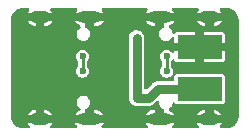
<source format=gbr>
%TF.GenerationSoftware,KiCad,Pcbnew,7.0.10*%
%TF.CreationDate,2024-01-26T02:29:38-06:00*%
%TF.ProjectId,USBC-Injector,55534243-2d49-46e6-9a65-63746f722e6b,rev?*%
%TF.SameCoordinates,Original*%
%TF.FileFunction,Copper,L2,Bot*%
%TF.FilePolarity,Positive*%
%FSLAX46Y46*%
G04 Gerber Fmt 4.6, Leading zero omitted, Abs format (unit mm)*
G04 Created by KiCad (PCBNEW 7.0.10) date 2024-01-26 02:29:38*
%MOMM*%
%LPD*%
G01*
G04 APERTURE LIST*
%TA.AperFunction,ComponentPad*%
%ADD10O,2.100000X1.000000*%
%TD*%
%TA.AperFunction,ComponentPad*%
%ADD11O,1.800000X1.000000*%
%TD*%
%TA.AperFunction,SMDPad,CuDef*%
%ADD12R,3.800000X2.000000*%
%TD*%
%TA.AperFunction,ViaPad*%
%ADD13C,0.600000*%
%TD*%
%TA.AperFunction,Conductor*%
%ADD14C,0.250000*%
%TD*%
%TA.AperFunction,Conductor*%
%ADD15C,0.800000*%
%TD*%
G04 APERTURE END LIST*
D10*
%TO.P,J1,S1,SHIELD*%
%TO.N,GND*%
X114865000Y-72134000D03*
D11*
X110685000Y-72134000D03*
D10*
X114865000Y-80774000D03*
D11*
X110685000Y-80774000D03*
%TD*%
D10*
%TO.P,J2,S1,SHIELD*%
%TO.N,GND*%
X120836236Y-80774000D03*
D11*
X125016236Y-80774000D03*
D10*
X120836236Y-72134000D03*
D11*
X125016236Y-72134000D03*
%TD*%
D12*
%TO.P,J4,1,Pin_1*%
%TO.N,GND*%
X124206000Y-74676000D03*
%TD*%
%TO.P,J3,1,Pin_1*%
%TO.N,/VBUS*%
X124206000Y-78232000D03*
%TD*%
D13*
%TO.N,Net-(J1-D+-PadA6)*%
X121412000Y-76708000D03*
X121412000Y-75458000D03*
%TO.N,Net-(J1-D--PadA7)*%
X114300000Y-75458000D03*
X114300000Y-76708000D03*
%TO.N,/VBUS*%
X118872000Y-74676000D03*
X125730000Y-78740000D03*
X118872000Y-73914000D03*
X122682000Y-77724000D03*
X122682000Y-78740000D03*
X118872000Y-78994000D03*
X118872000Y-78232000D03*
X125730000Y-77724000D03*
%TD*%
D14*
%TO.N,Net-(J1-D+-PadA6)*%
X121412000Y-75458000D02*
X121412000Y-76708000D01*
%TO.N,Net-(J1-D--PadA7)*%
X114300000Y-75458000D02*
X114300000Y-76708000D01*
D15*
%TO.N,/VBUS*%
X118872000Y-78232000D02*
X118872000Y-74676000D01*
X118872000Y-74676000D02*
X118872000Y-73914000D01*
X120650000Y-78232000D02*
X124206000Y-78232000D01*
X118872000Y-78994000D02*
X118872000Y-78232000D01*
X119888000Y-78994000D02*
X120650000Y-78232000D01*
X118872000Y-78994000D02*
X119888000Y-78994000D01*
%TD*%
%TA.AperFunction,Conductor*%
%TO.N,GND*%
G36*
X109750018Y-71394185D02*
G01*
X109795773Y-71446989D01*
X109805717Y-71516147D01*
X109776692Y-71579703D01*
X109773173Y-71583594D01*
X109679314Y-71683078D01*
X109635480Y-71758999D01*
X109635481Y-71759000D01*
X111740042Y-71759000D01*
X111740041Y-71758999D01*
X111738940Y-71756445D01*
X111738939Y-71756443D01*
X111634243Y-71615814D01*
X111607637Y-71593489D01*
X111568935Y-71535318D01*
X111567827Y-71465457D01*
X111604664Y-71406087D01*
X111667751Y-71376058D01*
X111687343Y-71374500D01*
X113712979Y-71374500D01*
X113780018Y-71394185D01*
X113825773Y-71446989D01*
X113835717Y-71516147D01*
X113806692Y-71579703D01*
X113803173Y-71583594D01*
X113709314Y-71683078D01*
X113665480Y-71758999D01*
X113665481Y-71759000D01*
X116070042Y-71759000D01*
X116070041Y-71758999D01*
X116068940Y-71756445D01*
X116068939Y-71756443D01*
X115964243Y-71615814D01*
X115937637Y-71593489D01*
X115898935Y-71535318D01*
X115897827Y-71465457D01*
X115934664Y-71406087D01*
X115997751Y-71376058D01*
X116017343Y-71374500D01*
X119684215Y-71374500D01*
X119751254Y-71394185D01*
X119797009Y-71446989D01*
X119806953Y-71516147D01*
X119777928Y-71579703D01*
X119774409Y-71583594D01*
X119680550Y-71683078D01*
X119636716Y-71758999D01*
X119636717Y-71759000D01*
X122041278Y-71759000D01*
X122041277Y-71758999D01*
X122040176Y-71756445D01*
X122040175Y-71756443D01*
X121935479Y-71615814D01*
X121908873Y-71593489D01*
X121870171Y-71535318D01*
X121869063Y-71465457D01*
X121905900Y-71406087D01*
X121968987Y-71376058D01*
X121988579Y-71374500D01*
X124014215Y-71374500D01*
X124081254Y-71394185D01*
X124127009Y-71446989D01*
X124136953Y-71516147D01*
X124107928Y-71579703D01*
X124104409Y-71583594D01*
X124010550Y-71683078D01*
X123966716Y-71758999D01*
X123966717Y-71759000D01*
X126071278Y-71759000D01*
X126071277Y-71758999D01*
X126070176Y-71756445D01*
X126070175Y-71756443D01*
X125965479Y-71615814D01*
X125938873Y-71593489D01*
X125900171Y-71535318D01*
X125899063Y-71465457D01*
X125935900Y-71406087D01*
X125998987Y-71376058D01*
X126018579Y-71374500D01*
X126486590Y-71374500D01*
X126497394Y-71374971D01*
X126536914Y-71378429D01*
X126537953Y-71378525D01*
X126666724Y-71391208D01*
X126686649Y-71394834D01*
X126752302Y-71412425D01*
X126756179Y-71413532D01*
X126849384Y-71441806D01*
X126865778Y-71448079D01*
X126932720Y-71479294D01*
X126938710Y-71482288D01*
X127019535Y-71525490D01*
X127032173Y-71533254D01*
X127094366Y-71576802D01*
X127101886Y-71582508D01*
X127171299Y-71639474D01*
X127180315Y-71647646D01*
X127234352Y-71701683D01*
X127242524Y-71710699D01*
X127299490Y-71780112D01*
X127305203Y-71787641D01*
X127348739Y-71849817D01*
X127356514Y-71862474D01*
X127399696Y-71943261D01*
X127402712Y-71949295D01*
X127433917Y-72016215D01*
X127440196Y-72032625D01*
X127468462Y-72125808D01*
X127469576Y-72129708D01*
X127487163Y-72195343D01*
X127490791Y-72215282D01*
X127503458Y-72343888D01*
X127503583Y-72345234D01*
X127507028Y-72384604D01*
X127507500Y-72395413D01*
X127507500Y-80512585D01*
X127507028Y-80523395D01*
X127503582Y-80562773D01*
X127503457Y-80564117D01*
X127490791Y-80692715D01*
X127487163Y-80712655D01*
X127469576Y-80778290D01*
X127468462Y-80782190D01*
X127440196Y-80875373D01*
X127433917Y-80891783D01*
X127402712Y-80958703D01*
X127399688Y-80964753D01*
X127356516Y-81045521D01*
X127348733Y-81058191D01*
X127305212Y-81120345D01*
X127299490Y-81127886D01*
X127242524Y-81197299D01*
X127234352Y-81206315D01*
X127180315Y-81260352D01*
X127171299Y-81268524D01*
X127101886Y-81325490D01*
X127094345Y-81331212D01*
X127032191Y-81374733D01*
X127019521Y-81382516D01*
X126938753Y-81425688D01*
X126932703Y-81428712D01*
X126865783Y-81459917D01*
X126849373Y-81466196D01*
X126756190Y-81494462D01*
X126752290Y-81495576D01*
X126686655Y-81513163D01*
X126666715Y-81516791D01*
X126538117Y-81529457D01*
X126536773Y-81529582D01*
X126497395Y-81533028D01*
X126486585Y-81533500D01*
X126018257Y-81533500D01*
X125951218Y-81513815D01*
X125905463Y-81461011D01*
X125895519Y-81391853D01*
X125924544Y-81328297D01*
X125928063Y-81324406D01*
X126021921Y-81224921D01*
X126065755Y-81149000D01*
X123961194Y-81149000D01*
X123962295Y-81151554D01*
X123962296Y-81151556D01*
X124066992Y-81292185D01*
X124093599Y-81314511D01*
X124132301Y-81372682D01*
X124133409Y-81442543D01*
X124096572Y-81501913D01*
X124033485Y-81531942D01*
X124013893Y-81533500D01*
X121988257Y-81533500D01*
X121921218Y-81513815D01*
X121875463Y-81461011D01*
X121865519Y-81391853D01*
X121894544Y-81328297D01*
X121898063Y-81324406D01*
X121991921Y-81224921D01*
X122035755Y-81149000D01*
X119631194Y-81149000D01*
X119632295Y-81151554D01*
X119632296Y-81151556D01*
X119736992Y-81292185D01*
X119763599Y-81314511D01*
X119802301Y-81372682D01*
X119803409Y-81442543D01*
X119766572Y-81501913D01*
X119703485Y-81531942D01*
X119683893Y-81533500D01*
X116017021Y-81533500D01*
X115949982Y-81513815D01*
X115904227Y-81461011D01*
X115894283Y-81391853D01*
X115923308Y-81328297D01*
X115926827Y-81324406D01*
X116020685Y-81224921D01*
X116064519Y-81149000D01*
X113659958Y-81149000D01*
X113661059Y-81151554D01*
X113661060Y-81151556D01*
X113765756Y-81292185D01*
X113792363Y-81314511D01*
X113831065Y-81372682D01*
X113832173Y-81442543D01*
X113795336Y-81501913D01*
X113732249Y-81531942D01*
X113712657Y-81533500D01*
X111687021Y-81533500D01*
X111619982Y-81513815D01*
X111574227Y-81461011D01*
X111564283Y-81391853D01*
X111593308Y-81328297D01*
X111596827Y-81324406D01*
X111690685Y-81224921D01*
X111734519Y-81149000D01*
X109629958Y-81149000D01*
X109631059Y-81151554D01*
X109631060Y-81151556D01*
X109735756Y-81292185D01*
X109762363Y-81314511D01*
X109801065Y-81372682D01*
X109802173Y-81442543D01*
X109765336Y-81501913D01*
X109702249Y-81531942D01*
X109682657Y-81533500D01*
X109225414Y-81533500D01*
X109214605Y-81533028D01*
X109175234Y-81529583D01*
X109173888Y-81529458D01*
X109045282Y-81516791D01*
X109025343Y-81513163D01*
X108959708Y-81495576D01*
X108955808Y-81494462D01*
X108862625Y-81466196D01*
X108846215Y-81459917D01*
X108779295Y-81428712D01*
X108773261Y-81425696D01*
X108692474Y-81382514D01*
X108679817Y-81374739D01*
X108617641Y-81331203D01*
X108610112Y-81325490D01*
X108540699Y-81268524D01*
X108531683Y-81260352D01*
X108477646Y-81206315D01*
X108469474Y-81197299D01*
X108412508Y-81127886D01*
X108406802Y-81120366D01*
X108363254Y-81058173D01*
X108355490Y-81045535D01*
X108312288Y-80964710D01*
X108309294Y-80958720D01*
X108278079Y-80891778D01*
X108271806Y-80875384D01*
X108243532Y-80782179D01*
X108242422Y-80778290D01*
X108233727Y-80745840D01*
X109981105Y-80745840D01*
X109991454Y-80857521D01*
X110041448Y-80957922D01*
X110124334Y-81033484D01*
X110228920Y-81074000D01*
X111112802Y-81074000D01*
X111195250Y-81058588D01*
X111290610Y-80999543D01*
X111358201Y-80910038D01*
X111388895Y-80802160D01*
X111383676Y-80745840D01*
X114011105Y-80745840D01*
X114021454Y-80857521D01*
X114071448Y-80957922D01*
X114154334Y-81033484D01*
X114258920Y-81074000D01*
X115442802Y-81074000D01*
X115525250Y-81058588D01*
X115620610Y-80999543D01*
X115688201Y-80910038D01*
X115718895Y-80802160D01*
X115713676Y-80745840D01*
X119982341Y-80745840D01*
X119992690Y-80857521D01*
X120042684Y-80957922D01*
X120125570Y-81033484D01*
X120230156Y-81074000D01*
X121414038Y-81074000D01*
X121496486Y-81058588D01*
X121591846Y-80999543D01*
X121659437Y-80910038D01*
X121690131Y-80802160D01*
X121684912Y-80745840D01*
X124312341Y-80745840D01*
X124322690Y-80857521D01*
X124372684Y-80957922D01*
X124455570Y-81033484D01*
X124560156Y-81074000D01*
X125444038Y-81074000D01*
X125526486Y-81058588D01*
X125621846Y-80999543D01*
X125689437Y-80910038D01*
X125720131Y-80802160D01*
X125709782Y-80690479D01*
X125659788Y-80590078D01*
X125576902Y-80514516D01*
X125472316Y-80474000D01*
X124588434Y-80474000D01*
X124505986Y-80489412D01*
X124410626Y-80548457D01*
X124343035Y-80637962D01*
X124312341Y-80745840D01*
X121684912Y-80745840D01*
X121679782Y-80690479D01*
X121629788Y-80590078D01*
X121546902Y-80514516D01*
X121442316Y-80474000D01*
X120258434Y-80474000D01*
X120175986Y-80489412D01*
X120080626Y-80548457D01*
X120013035Y-80637962D01*
X119982341Y-80745840D01*
X115713676Y-80745840D01*
X115708546Y-80690479D01*
X115658552Y-80590078D01*
X115575666Y-80514516D01*
X115471080Y-80474000D01*
X114287198Y-80474000D01*
X114204750Y-80489412D01*
X114109390Y-80548457D01*
X114041799Y-80637962D01*
X114011105Y-80745840D01*
X111383676Y-80745840D01*
X111378546Y-80690479D01*
X111328552Y-80590078D01*
X111245666Y-80514516D01*
X111141080Y-80474000D01*
X110257198Y-80474000D01*
X110174750Y-80489412D01*
X110079390Y-80548457D01*
X110011799Y-80637962D01*
X109981105Y-80745840D01*
X108233727Y-80745840D01*
X108224835Y-80712655D01*
X108221208Y-80692724D01*
X108208525Y-80563953D01*
X108208417Y-80562773D01*
X108204972Y-80523394D01*
X108204500Y-80512589D01*
X108204500Y-80398999D01*
X109635480Y-80398999D01*
X109635481Y-80399000D01*
X110310000Y-80399000D01*
X110310000Y-80024000D01*
X111060000Y-80024000D01*
X111060000Y-80399000D01*
X111740042Y-80399000D01*
X111740041Y-80398999D01*
X113665480Y-80398999D01*
X113665481Y-80399000D01*
X114490000Y-80399000D01*
X114490000Y-80024000D01*
X115240000Y-80024000D01*
X115240000Y-80399000D01*
X116070042Y-80399000D01*
X116070041Y-80398999D01*
X119636716Y-80398999D01*
X119636717Y-80399000D01*
X120461236Y-80399000D01*
X120461236Y-80024000D01*
X120242559Y-80024000D01*
X120112096Y-80039248D01*
X119947346Y-80099212D01*
X119800862Y-80195556D01*
X119680550Y-80323078D01*
X119636716Y-80398999D01*
X116070041Y-80398999D01*
X116068940Y-80396445D01*
X116068939Y-80396443D01*
X115964243Y-80255814D01*
X115829938Y-80143118D01*
X115829936Y-80143117D01*
X115673264Y-80064433D01*
X115502660Y-80024000D01*
X115240000Y-80024000D01*
X114490000Y-80024000D01*
X114490000Y-79997994D01*
X114509685Y-79930955D01*
X114562489Y-79885200D01*
X114566548Y-79883433D01*
X114655228Y-79846700D01*
X114655229Y-79846700D01*
X114655229Y-79846699D01*
X114655233Y-79846698D01*
X114775451Y-79754451D01*
X114867698Y-79634233D01*
X114925687Y-79494236D01*
X114945466Y-79344000D01*
X114943588Y-79329739D01*
X114925687Y-79193765D01*
X114925687Y-79193764D01*
X114867698Y-79053767D01*
X114790246Y-78952830D01*
X118217624Y-78952830D01*
X118221255Y-79010542D01*
X118221500Y-79018328D01*
X118221500Y-79034930D01*
X118223579Y-79051398D01*
X118224311Y-79059140D01*
X118227943Y-79116859D01*
X118230714Y-79125384D01*
X118235805Y-79148159D01*
X118236928Y-79157053D01*
X118236930Y-79157060D01*
X118258221Y-79210839D01*
X118260857Y-79218162D01*
X118278731Y-79273169D01*
X118278733Y-79273174D01*
X118283534Y-79280738D01*
X118294129Y-79301530D01*
X118297432Y-79309871D01*
X118297436Y-79309878D01*
X118331434Y-79356672D01*
X118335802Y-79363098D01*
X118356429Y-79395602D01*
X118366797Y-79411939D01*
X118373332Y-79418076D01*
X118388761Y-79435577D01*
X118394033Y-79442833D01*
X118394035Y-79442836D01*
X118438600Y-79479703D01*
X118444439Y-79484850D01*
X118486607Y-79524448D01*
X118486609Y-79524449D01*
X118486612Y-79524451D01*
X118494459Y-79528765D01*
X118513763Y-79541883D01*
X118520674Y-79547600D01*
X118520675Y-79547601D01*
X118546364Y-79559689D01*
X118573007Y-79572226D01*
X118579934Y-79575755D01*
X118630632Y-79603627D01*
X118639321Y-79605858D01*
X118661271Y-79613760D01*
X118669387Y-79617579D01*
X118726207Y-79628417D01*
X118733777Y-79630109D01*
X118789823Y-79644500D01*
X118798790Y-79644500D01*
X118822022Y-79646696D01*
X118823706Y-79647017D01*
X118830830Y-79648376D01*
X118830831Y-79648375D01*
X118830832Y-79648376D01*
X118888543Y-79644745D01*
X118896329Y-79644500D01*
X119802495Y-79644500D01*
X119818505Y-79646267D01*
X119818528Y-79646026D01*
X119826289Y-79646758D01*
X119826296Y-79646760D01*
X119896262Y-79644560D01*
X119900157Y-79644500D01*
X119928925Y-79644500D01*
X119933287Y-79643948D01*
X119944939Y-79643030D01*
X119990569Y-79641597D01*
X120010956Y-79635673D01*
X120029996Y-79631731D01*
X120051058Y-79629071D01*
X120093520Y-79612258D01*
X120104557Y-79608480D01*
X120148398Y-79595744D01*
X120166665Y-79584939D01*
X120184136Y-79576380D01*
X120203871Y-79568568D01*
X120240816Y-79541725D01*
X120250548Y-79535332D01*
X120289865Y-79512081D01*
X120304872Y-79497072D01*
X120319661Y-79484440D01*
X120336837Y-79471963D01*
X120365947Y-79436772D01*
X120373790Y-79428154D01*
X120544089Y-79257856D01*
X120605412Y-79224371D01*
X120675104Y-79229355D01*
X120731037Y-79271227D01*
X120755454Y-79336691D01*
X120755694Y-79343428D01*
X120775548Y-79494234D01*
X120775549Y-79494236D01*
X120832500Y-79631729D01*
X120833538Y-79634233D01*
X120925785Y-79754451D01*
X121046003Y-79846698D01*
X121046006Y-79846699D01*
X121046007Y-79846700D01*
X121134688Y-79883433D01*
X121189092Y-79927274D01*
X121211157Y-79993568D01*
X121211236Y-79997994D01*
X121211236Y-80399000D01*
X122041278Y-80399000D01*
X122041277Y-80398999D01*
X123966716Y-80398999D01*
X123966717Y-80399000D01*
X124641236Y-80399000D01*
X124641236Y-80024000D01*
X125391236Y-80024000D01*
X125391236Y-80399000D01*
X126071278Y-80399000D01*
X126071277Y-80398999D01*
X126070176Y-80396445D01*
X126070175Y-80396443D01*
X125965479Y-80255814D01*
X125831174Y-80143118D01*
X125831172Y-80143117D01*
X125674500Y-80064433D01*
X125503896Y-80024000D01*
X125391236Y-80024000D01*
X124641236Y-80024000D01*
X124572559Y-80024000D01*
X124442096Y-80039248D01*
X124277346Y-80099212D01*
X124130862Y-80195556D01*
X124010550Y-80323078D01*
X123966716Y-80398999D01*
X122041277Y-80398999D01*
X122040176Y-80396445D01*
X122040175Y-80396443D01*
X121935479Y-80255814D01*
X121801174Y-80143118D01*
X121801172Y-80143117D01*
X121638680Y-80061510D01*
X121587606Y-80013832D01*
X121570416Y-79946110D01*
X121592568Y-79879845D01*
X121621365Y-79853396D01*
X121620021Y-79851645D01*
X121626466Y-79846698D01*
X121626469Y-79846698D01*
X121746687Y-79754451D01*
X121838934Y-79634233D01*
X121896923Y-79494236D01*
X121900505Y-79467023D01*
X121928770Y-79403128D01*
X121987094Y-79364656D01*
X122056959Y-79363823D01*
X122116183Y-79400895D01*
X122124619Y-79411821D01*
X122125396Y-79412598D01*
X122125397Y-79412599D01*
X122125399Y-79412601D01*
X122206852Y-79467025D01*
X122208260Y-79467966D01*
X122208264Y-79467967D01*
X122281321Y-79482499D01*
X122281324Y-79482500D01*
X122281326Y-79482500D01*
X126130676Y-79482500D01*
X126130677Y-79482499D01*
X126203740Y-79467966D01*
X126286601Y-79412601D01*
X126341966Y-79329740D01*
X126356500Y-79256674D01*
X126356500Y-77207326D01*
X126356500Y-77207323D01*
X126356499Y-77207321D01*
X126341967Y-77134264D01*
X126341966Y-77134260D01*
X126286601Y-77051399D01*
X126203740Y-76996034D01*
X126203739Y-76996033D01*
X126203735Y-76996032D01*
X126130677Y-76981500D01*
X126130674Y-76981500D01*
X122281326Y-76981500D01*
X122281323Y-76981500D01*
X122208264Y-76996032D01*
X122208260Y-76996033D01*
X122125394Y-77051402D01*
X122122720Y-77054077D01*
X122115458Y-77058041D01*
X122115244Y-77058185D01*
X122115231Y-77058165D01*
X122063740Y-77086279D01*
X122068048Y-77094396D01*
X122068195Y-77143501D01*
X122055500Y-77207326D01*
X122055500Y-77457500D01*
X122035815Y-77524539D01*
X121983011Y-77570294D01*
X121931500Y-77581500D01*
X120735506Y-77581500D01*
X120719495Y-77579732D01*
X120719473Y-77579974D01*
X120711706Y-77579239D01*
X120641724Y-77581439D01*
X120637829Y-77581500D01*
X120609075Y-77581500D01*
X120609069Y-77581500D01*
X120609063Y-77581501D01*
X120604699Y-77582052D01*
X120593069Y-77582967D01*
X120547433Y-77584401D01*
X120532873Y-77588630D01*
X120527040Y-77590325D01*
X120507996Y-77594269D01*
X120486942Y-77596929D01*
X120486940Y-77596929D01*
X120444496Y-77613733D01*
X120433450Y-77617515D01*
X120389601Y-77630254D01*
X120371325Y-77641063D01*
X120353860Y-77649619D01*
X120334124Y-77657433D01*
X120297187Y-77684269D01*
X120287428Y-77690680D01*
X120248136Y-77713917D01*
X120233124Y-77728929D01*
X120218336Y-77741558D01*
X120201167Y-77754032D01*
X120201165Y-77754034D01*
X120172056Y-77789219D01*
X120164196Y-77797856D01*
X119734181Y-78227872D01*
X119672858Y-78261357D01*
X119603167Y-78256373D01*
X119547233Y-78214502D01*
X119522816Y-78149037D01*
X119522500Y-78140191D01*
X119522500Y-76708000D01*
X120856750Y-76708000D01*
X120875670Y-76851708D01*
X120875671Y-76851712D01*
X120931137Y-76985622D01*
X120931138Y-76985624D01*
X120931139Y-76985625D01*
X121019379Y-77100621D01*
X121134375Y-77188861D01*
X121268291Y-77244330D01*
X121395280Y-77261048D01*
X121411999Y-77263250D01*
X121412000Y-77263250D01*
X121412001Y-77263250D01*
X121426977Y-77261278D01*
X121555709Y-77244330D01*
X121689625Y-77188861D01*
X121804621Y-77100621D01*
X121848204Y-77043822D01*
X121904628Y-77002622D01*
X121921204Y-77001634D01*
X121911359Y-76975233D01*
X121920481Y-76918942D01*
X121948330Y-76851709D01*
X121967250Y-76708000D01*
X121948330Y-76564291D01*
X121892861Y-76430375D01*
X121813123Y-76326459D01*
X121787930Y-76261291D01*
X121787500Y-76250974D01*
X121787500Y-75915026D01*
X121807185Y-75847987D01*
X121813123Y-75839541D01*
X121813125Y-75839539D01*
X121868934Y-75766806D01*
X121925359Y-75725605D01*
X121995105Y-75721450D01*
X122056025Y-75755661D01*
X122070410Y-75773403D01*
X122125760Y-75856239D01*
X122208455Y-75911494D01*
X122208459Y-75911496D01*
X122281371Y-75925999D01*
X122281374Y-75926000D01*
X123831000Y-75926000D01*
X123831000Y-75051000D01*
X124581000Y-75051000D01*
X124581000Y-75926000D01*
X126130626Y-75926000D01*
X126130628Y-75925999D01*
X126203540Y-75911496D01*
X126203544Y-75911494D01*
X126286239Y-75856239D01*
X126341494Y-75773544D01*
X126341496Y-75773540D01*
X126355999Y-75700628D01*
X126356000Y-75700626D01*
X126356000Y-75051000D01*
X124581000Y-75051000D01*
X123831000Y-75051000D01*
X122056000Y-75051000D01*
X122046310Y-75060689D01*
X122036315Y-75094729D01*
X121983511Y-75140484D01*
X121914353Y-75150428D01*
X121850797Y-75121403D01*
X121833625Y-75103177D01*
X121820840Y-75086516D01*
X121804621Y-75065379D01*
X121689625Y-74977139D01*
X121689624Y-74977138D01*
X121689622Y-74977137D01*
X121555712Y-74921671D01*
X121555710Y-74921670D01*
X121555709Y-74921670D01*
X121483854Y-74912210D01*
X121412001Y-74902750D01*
X121411999Y-74902750D01*
X121268291Y-74921670D01*
X121268287Y-74921671D01*
X121134377Y-74977137D01*
X121019379Y-75065379D01*
X120931137Y-75180377D01*
X120875671Y-75314287D01*
X120875670Y-75314291D01*
X120856750Y-75457999D01*
X120856750Y-75458000D01*
X120875670Y-75601708D01*
X120875671Y-75601712D01*
X120931137Y-75735622D01*
X120931138Y-75735624D01*
X120931139Y-75735625D01*
X121010876Y-75839540D01*
X121036070Y-75904709D01*
X121036500Y-75915026D01*
X121036500Y-76250974D01*
X121016815Y-76318013D01*
X121010882Y-76326452D01*
X120967235Y-76383333D01*
X120931137Y-76430377D01*
X120875671Y-76564287D01*
X120875670Y-76564291D01*
X120856750Y-76707999D01*
X120856750Y-76708000D01*
X119522500Y-76708000D01*
X119522500Y-73873076D01*
X119522499Y-73873065D01*
X119519283Y-73847612D01*
X119507071Y-73750942D01*
X119446568Y-73598129D01*
X119446565Y-73598125D01*
X119446563Y-73598121D01*
X119421773Y-73564000D01*
X120755770Y-73564000D01*
X120775548Y-73714234D01*
X120775549Y-73714236D01*
X120824253Y-73831819D01*
X120833538Y-73854233D01*
X120925785Y-73974451D01*
X121046003Y-74066698D01*
X121186000Y-74124687D01*
X121298516Y-74139500D01*
X121298523Y-74139500D01*
X121373949Y-74139500D01*
X121373956Y-74139500D01*
X121486472Y-74124687D01*
X121626469Y-74066698D01*
X121746687Y-73974451D01*
X121833625Y-73861150D01*
X121890052Y-73819950D01*
X121959798Y-73815795D01*
X122020719Y-73850008D01*
X122053471Y-73911725D01*
X122056000Y-73936639D01*
X122056000Y-74301000D01*
X123831000Y-74301000D01*
X123831000Y-73426000D01*
X124581000Y-73426000D01*
X124581000Y-74301000D01*
X126356000Y-74301000D01*
X126356000Y-73651373D01*
X126355999Y-73651371D01*
X126341496Y-73578459D01*
X126341494Y-73578455D01*
X126286239Y-73495760D01*
X126203544Y-73440505D01*
X126203540Y-73440503D01*
X126130627Y-73426000D01*
X124581000Y-73426000D01*
X123831000Y-73426000D01*
X122281373Y-73426000D01*
X122208459Y-73440503D01*
X122208455Y-73440505D01*
X122125759Y-73495760D01*
X122117124Y-73504396D01*
X122116033Y-73503305D01*
X122073027Y-73539242D01*
X122003702Y-73547946D01*
X121940676Y-73517788D01*
X121903960Y-73458344D01*
X121900605Y-73441735D01*
X121896923Y-73413764D01*
X121838934Y-73273767D01*
X121746687Y-73153549D01*
X121626469Y-73061302D01*
X121626466Y-73061301D01*
X121620021Y-73056355D01*
X121620828Y-73055302D01*
X121578432Y-73010832D01*
X121565214Y-72942224D01*
X121591187Y-72877361D01*
X121646243Y-72837498D01*
X121725123Y-72808789D01*
X121725123Y-72808788D01*
X121871609Y-72712443D01*
X121991921Y-72584921D01*
X122035755Y-72509000D01*
X123961194Y-72509000D01*
X123962295Y-72511554D01*
X123962296Y-72511556D01*
X124066992Y-72652185D01*
X124201297Y-72764881D01*
X124201299Y-72764882D01*
X124357971Y-72843566D01*
X124528576Y-72884000D01*
X124641236Y-72884000D01*
X124641236Y-72509000D01*
X125391236Y-72509000D01*
X125391236Y-72884000D01*
X125459913Y-72884000D01*
X125459913Y-72883999D01*
X125590375Y-72868751D01*
X125755125Y-72808787D01*
X125901609Y-72712443D01*
X126021921Y-72584921D01*
X126065755Y-72509000D01*
X125391236Y-72509000D01*
X124641236Y-72509000D01*
X123961194Y-72509000D01*
X122035755Y-72509000D01*
X121211236Y-72509000D01*
X121211236Y-72910005D01*
X121191551Y-72977044D01*
X121138747Y-73022799D01*
X121134689Y-73024566D01*
X121046006Y-73061300D01*
X121046003Y-73061301D01*
X121046003Y-73061302D01*
X120925785Y-73153549D01*
X120844391Y-73259624D01*
X120833536Y-73273770D01*
X120775549Y-73413763D01*
X120775548Y-73413765D01*
X120755770Y-73563999D01*
X120755770Y-73564000D01*
X119421773Y-73564000D01*
X119349965Y-73465164D01*
X119349962Y-73465162D01*
X119223326Y-73360400D01*
X119074612Y-73290420D01*
X118991517Y-73274569D01*
X118913170Y-73259624D01*
X118913166Y-73259624D01*
X118749139Y-73269944D01*
X118592828Y-73320732D01*
X118592824Y-73320734D01*
X118454059Y-73408798D01*
X118341554Y-73528603D01*
X118341548Y-73528611D01*
X118262374Y-73672628D01*
X118262371Y-73672638D01*
X118221500Y-73831819D01*
X118221500Y-78920789D01*
X118219304Y-78944020D01*
X118217624Y-78952826D01*
X118217624Y-78952830D01*
X114790246Y-78952830D01*
X114775451Y-78933549D01*
X114655233Y-78841302D01*
X114655229Y-78841300D01*
X114591801Y-78815027D01*
X114515236Y-78783313D01*
X114501171Y-78781461D01*
X114402727Y-78768500D01*
X114402720Y-78768500D01*
X114327280Y-78768500D01*
X114327272Y-78768500D01*
X114214764Y-78783313D01*
X114214763Y-78783313D01*
X114074770Y-78841300D01*
X114074767Y-78841301D01*
X114074767Y-78841302D01*
X113954549Y-78933549D01*
X113889496Y-79018328D01*
X113862300Y-79053770D01*
X113804313Y-79193763D01*
X113804312Y-79193765D01*
X113784534Y-79343999D01*
X113784534Y-79344000D01*
X113804312Y-79494234D01*
X113804313Y-79494236D01*
X113861264Y-79631729D01*
X113862302Y-79634233D01*
X113954549Y-79754451D01*
X114074767Y-79846698D01*
X114074769Y-79846698D01*
X114081215Y-79851645D01*
X114080406Y-79852698D01*
X114122800Y-79897162D01*
X114136021Y-79965770D01*
X114110051Y-80030634D01*
X114054994Y-80070501D01*
X113976110Y-80099212D01*
X113829626Y-80195556D01*
X113709314Y-80323078D01*
X113665480Y-80398999D01*
X111740041Y-80398999D01*
X111738940Y-80396445D01*
X111738939Y-80396443D01*
X111634243Y-80255814D01*
X111499938Y-80143118D01*
X111499936Y-80143117D01*
X111343264Y-80064433D01*
X111172660Y-80024000D01*
X111060000Y-80024000D01*
X110310000Y-80024000D01*
X110241323Y-80024000D01*
X110110860Y-80039248D01*
X109946110Y-80099212D01*
X109799626Y-80195556D01*
X109679314Y-80323078D01*
X109635480Y-80398999D01*
X108204500Y-80398999D01*
X108204500Y-76708000D01*
X113744750Y-76708000D01*
X113763670Y-76851708D01*
X113763671Y-76851712D01*
X113819137Y-76985622D01*
X113819138Y-76985624D01*
X113819139Y-76985625D01*
X113907379Y-77100621D01*
X114022375Y-77188861D01*
X114156291Y-77244330D01*
X114283280Y-77261048D01*
X114299999Y-77263250D01*
X114300000Y-77263250D01*
X114300001Y-77263250D01*
X114314977Y-77261278D01*
X114443709Y-77244330D01*
X114577625Y-77188861D01*
X114692621Y-77100621D01*
X114780861Y-76985625D01*
X114836330Y-76851709D01*
X114855250Y-76708000D01*
X114836330Y-76564291D01*
X114780861Y-76430375D01*
X114701123Y-76326459D01*
X114675930Y-76261291D01*
X114675500Y-76250974D01*
X114675500Y-75915026D01*
X114695185Y-75847987D01*
X114701123Y-75839541D01*
X114780861Y-75735625D01*
X114836330Y-75601709D01*
X114855250Y-75458000D01*
X114836330Y-75314291D01*
X114780861Y-75180375D01*
X114692621Y-75065379D01*
X114577625Y-74977139D01*
X114577624Y-74977138D01*
X114577622Y-74977137D01*
X114443712Y-74921671D01*
X114443710Y-74921670D01*
X114443709Y-74921670D01*
X114371854Y-74912210D01*
X114300001Y-74902750D01*
X114299999Y-74902750D01*
X114156291Y-74921670D01*
X114156287Y-74921671D01*
X114022377Y-74977137D01*
X113907379Y-75065379D01*
X113819137Y-75180377D01*
X113763671Y-75314287D01*
X113763670Y-75314291D01*
X113744750Y-75457999D01*
X113744750Y-75458000D01*
X113763670Y-75601708D01*
X113763671Y-75601712D01*
X113819137Y-75735622D01*
X113819138Y-75735624D01*
X113819139Y-75735625D01*
X113898876Y-75839540D01*
X113924070Y-75904709D01*
X113924500Y-75915026D01*
X113924500Y-76250974D01*
X113904815Y-76318013D01*
X113898882Y-76326452D01*
X113855235Y-76383333D01*
X113819137Y-76430377D01*
X113763671Y-76564287D01*
X113763670Y-76564291D01*
X113744750Y-76707999D01*
X113744750Y-76708000D01*
X108204500Y-76708000D01*
X108204500Y-72509000D01*
X109629958Y-72509000D01*
X109631059Y-72511554D01*
X109631060Y-72511556D01*
X109735756Y-72652185D01*
X109870061Y-72764881D01*
X109870063Y-72764882D01*
X110026735Y-72843566D01*
X110197340Y-72884000D01*
X110310000Y-72884000D01*
X110310000Y-72509000D01*
X111060000Y-72509000D01*
X111060000Y-72884000D01*
X111128677Y-72884000D01*
X111128677Y-72883999D01*
X111259139Y-72868751D01*
X111423889Y-72808787D01*
X111570373Y-72712443D01*
X111690685Y-72584921D01*
X111734519Y-72509000D01*
X113659958Y-72509000D01*
X113661059Y-72511554D01*
X113661060Y-72511556D01*
X113765756Y-72652185D01*
X113900059Y-72764879D01*
X114062555Y-72846488D01*
X114113629Y-72894166D01*
X114130819Y-72961888D01*
X114108667Y-73028153D01*
X114079881Y-73054617D01*
X114081215Y-73056355D01*
X114074769Y-73061301D01*
X114074767Y-73061302D01*
X113954549Y-73153549D01*
X113873155Y-73259624D01*
X113862300Y-73273770D01*
X113804313Y-73413763D01*
X113804312Y-73413765D01*
X113784534Y-73563999D01*
X113784534Y-73564000D01*
X113804312Y-73714234D01*
X113804313Y-73714236D01*
X113853017Y-73831819D01*
X113862302Y-73854233D01*
X113954549Y-73974451D01*
X114074767Y-74066698D01*
X114214764Y-74124687D01*
X114327280Y-74139500D01*
X114327287Y-74139500D01*
X114402713Y-74139500D01*
X114402720Y-74139500D01*
X114515236Y-74124687D01*
X114655233Y-74066698D01*
X114775451Y-73974451D01*
X114867698Y-73854233D01*
X114925687Y-73714236D01*
X114945466Y-73564000D01*
X114943352Y-73547946D01*
X114931556Y-73458344D01*
X114925687Y-73413764D01*
X114867698Y-73273767D01*
X114775451Y-73153549D01*
X114655233Y-73061302D01*
X114655229Y-73061300D01*
X114566547Y-73024566D01*
X114512143Y-72980724D01*
X114490079Y-72914430D01*
X114490000Y-72910005D01*
X114490000Y-72509000D01*
X115240000Y-72509000D01*
X115240000Y-72884000D01*
X115458677Y-72884000D01*
X115458677Y-72883999D01*
X115589139Y-72868751D01*
X115753889Y-72808787D01*
X115900373Y-72712443D01*
X116020685Y-72584921D01*
X116064519Y-72509000D01*
X119631194Y-72509000D01*
X119632295Y-72511554D01*
X119632296Y-72511556D01*
X119736992Y-72652185D01*
X119871297Y-72764881D01*
X119871299Y-72764882D01*
X120027971Y-72843566D01*
X120198576Y-72884000D01*
X120461236Y-72884000D01*
X120461236Y-72509000D01*
X119631194Y-72509000D01*
X116064519Y-72509000D01*
X115240000Y-72509000D01*
X114490000Y-72509000D01*
X113659958Y-72509000D01*
X111734519Y-72509000D01*
X111060000Y-72509000D01*
X110310000Y-72509000D01*
X109629958Y-72509000D01*
X108204500Y-72509000D01*
X108204500Y-72395410D01*
X108204972Y-72384606D01*
X108205243Y-72381506D01*
X108208432Y-72345056D01*
X108208521Y-72344092D01*
X108221209Y-72215271D01*
X108224832Y-72195354D01*
X108242434Y-72129664D01*
X108243523Y-72125852D01*
X108249594Y-72105840D01*
X109981105Y-72105840D01*
X109991454Y-72217521D01*
X110041448Y-72317922D01*
X110124334Y-72393484D01*
X110228920Y-72434000D01*
X111112802Y-72434000D01*
X111195250Y-72418588D01*
X111290610Y-72359543D01*
X111358201Y-72270038D01*
X111388895Y-72162160D01*
X111383676Y-72105840D01*
X114011105Y-72105840D01*
X114021454Y-72217521D01*
X114071448Y-72317922D01*
X114154334Y-72393484D01*
X114258920Y-72434000D01*
X115442802Y-72434000D01*
X115525250Y-72418588D01*
X115620610Y-72359543D01*
X115688201Y-72270038D01*
X115718895Y-72162160D01*
X115713676Y-72105840D01*
X119982341Y-72105840D01*
X119992690Y-72217521D01*
X120042684Y-72317922D01*
X120125570Y-72393484D01*
X120230156Y-72434000D01*
X121414038Y-72434000D01*
X121496486Y-72418588D01*
X121591846Y-72359543D01*
X121659437Y-72270038D01*
X121690131Y-72162160D01*
X121684912Y-72105840D01*
X124312341Y-72105840D01*
X124322690Y-72217521D01*
X124372684Y-72317922D01*
X124455570Y-72393484D01*
X124560156Y-72434000D01*
X125444038Y-72434000D01*
X125526486Y-72418588D01*
X125621846Y-72359543D01*
X125689437Y-72270038D01*
X125720131Y-72162160D01*
X125709782Y-72050479D01*
X125659788Y-71950078D01*
X125576902Y-71874516D01*
X125472316Y-71834000D01*
X124588434Y-71834000D01*
X124505986Y-71849412D01*
X124410626Y-71908457D01*
X124343035Y-71997962D01*
X124312341Y-72105840D01*
X121684912Y-72105840D01*
X121679782Y-72050479D01*
X121629788Y-71950078D01*
X121546902Y-71874516D01*
X121442316Y-71834000D01*
X120258434Y-71834000D01*
X120175986Y-71849412D01*
X120080626Y-71908457D01*
X120013035Y-71997962D01*
X119982341Y-72105840D01*
X115713676Y-72105840D01*
X115708546Y-72050479D01*
X115658552Y-71950078D01*
X115575666Y-71874516D01*
X115471080Y-71834000D01*
X114287198Y-71834000D01*
X114204750Y-71849412D01*
X114109390Y-71908457D01*
X114041799Y-71997962D01*
X114011105Y-72105840D01*
X111383676Y-72105840D01*
X111378546Y-72050479D01*
X111328552Y-71950078D01*
X111245666Y-71874516D01*
X111141080Y-71834000D01*
X110257198Y-71834000D01*
X110174750Y-71849412D01*
X110079390Y-71908457D01*
X110011799Y-71997962D01*
X109981105Y-72105840D01*
X108249594Y-72105840D01*
X108271809Y-72032605D01*
X108278074Y-72016230D01*
X108309308Y-71949249D01*
X108312273Y-71943318D01*
X108355498Y-71862449D01*
X108363244Y-71849840D01*
X108406820Y-71787607D01*
X108412486Y-71780140D01*
X108469492Y-71710678D01*
X108477626Y-71701704D01*
X108531704Y-71647626D01*
X108540678Y-71639492D01*
X108610140Y-71582486D01*
X108617607Y-71576820D01*
X108679840Y-71533244D01*
X108692449Y-71525498D01*
X108773318Y-71482273D01*
X108779249Y-71479308D01*
X108846230Y-71448074D01*
X108862605Y-71441809D01*
X108955852Y-71413523D01*
X108959664Y-71412434D01*
X109025354Y-71394832D01*
X109045271Y-71391209D01*
X109174092Y-71378521D01*
X109175056Y-71378432D01*
X109211506Y-71375243D01*
X109214606Y-71374972D01*
X109225410Y-71374500D01*
X109682979Y-71374500D01*
X109750018Y-71394185D01*
G37*
%TD.AperFunction*%
%TD*%
M02*

</source>
